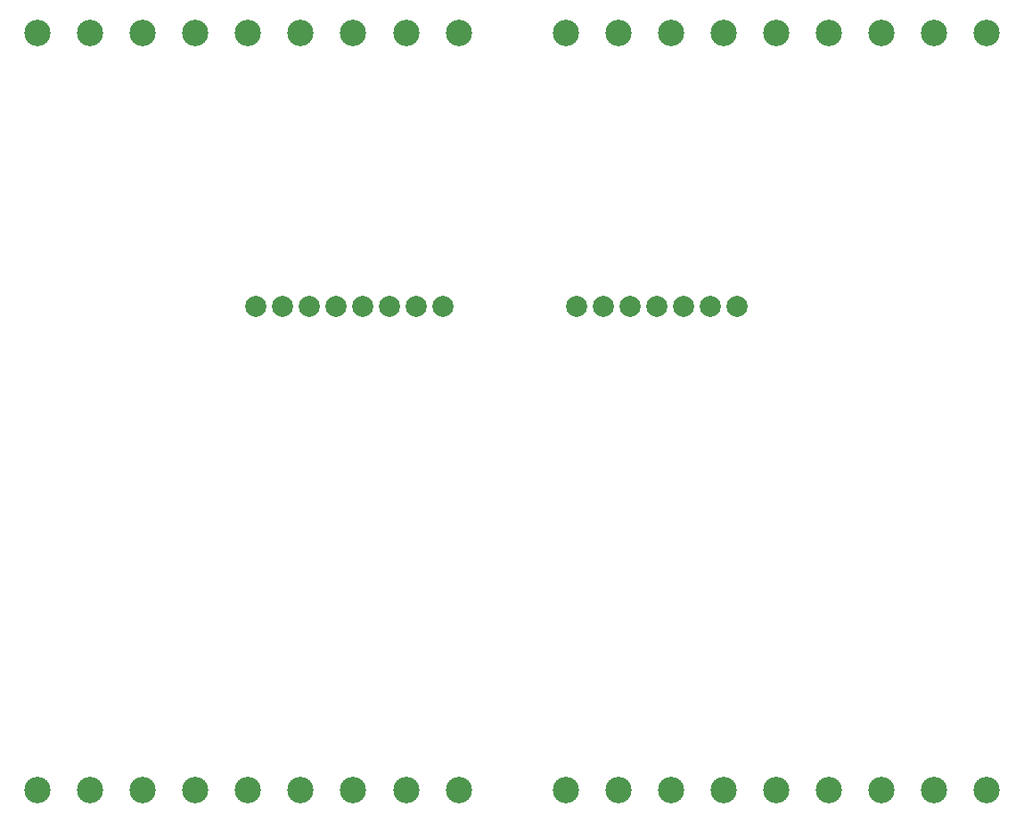
<source format=gbr>
%FSLAX34Y34*%
%MOMM*%
%LNCOPPER_BOTTOM*%
G71*
G01*
%ADD10C, 2.500*%
%ADD11C, 2.000*%
%LPD*%
X463900Y214100D02*
G54D10*
D03*
X413900Y214100D02*
G54D10*
D03*
X363900Y214100D02*
G54D10*
D03*
X313900Y214100D02*
G54D10*
D03*
X263900Y214100D02*
G54D10*
D03*
X213900Y214100D02*
G54D10*
D03*
X163900Y214100D02*
G54D10*
D03*
X113900Y214100D02*
G54D10*
D03*
X63900Y214100D02*
G54D10*
D03*
X449200Y674100D02*
G54D11*
D03*
X423800Y674100D02*
G54D11*
D03*
X398400Y674100D02*
G54D11*
D03*
X373000Y674100D02*
G54D11*
D03*
X347600Y674100D02*
G54D11*
D03*
X322200Y674100D02*
G54D11*
D03*
X296800Y674100D02*
G54D11*
D03*
X271400Y674100D02*
G54D11*
D03*
X271400Y674100D02*
G54D11*
D03*
X347600Y674100D02*
G54D11*
D03*
X398400Y674100D02*
G54D11*
D03*
X423800Y674100D02*
G54D11*
D03*
X449200Y674100D02*
G54D11*
D03*
X601600Y674100D02*
G54D11*
D03*
X652400Y674100D02*
G54D11*
D03*
X728600Y674100D02*
G54D11*
D03*
X703200Y674100D02*
G54D11*
D03*
X677800Y674100D02*
G54D11*
D03*
X652400Y674100D02*
G54D11*
D03*
X627000Y674100D02*
G54D11*
D03*
X601600Y674100D02*
G54D11*
D03*
X576200Y674100D02*
G54D11*
D03*
X296800Y674100D02*
G54D11*
D03*
X463900Y934100D02*
G54D10*
D03*
X413900Y934100D02*
G54D10*
D03*
X363900Y934100D02*
G54D10*
D03*
X313900Y934100D02*
G54D10*
D03*
X263900Y934100D02*
G54D10*
D03*
X213900Y934100D02*
G54D10*
D03*
X163900Y934100D02*
G54D10*
D03*
X113900Y934100D02*
G54D10*
D03*
X63900Y934100D02*
G54D10*
D03*
X965500Y214100D02*
G54D10*
D03*
X915500Y214100D02*
G54D10*
D03*
X865500Y214100D02*
G54D10*
D03*
X815500Y214100D02*
G54D10*
D03*
X765500Y214100D02*
G54D10*
D03*
X715500Y214100D02*
G54D10*
D03*
X665500Y214100D02*
G54D10*
D03*
X615500Y214100D02*
G54D10*
D03*
X565500Y214100D02*
G54D10*
D03*
X965500Y934100D02*
G54D10*
D03*
X915500Y934100D02*
G54D10*
D03*
X865500Y934100D02*
G54D10*
D03*
X815500Y934100D02*
G54D10*
D03*
X765500Y934100D02*
G54D10*
D03*
X715500Y934100D02*
G54D10*
D03*
X665500Y934100D02*
G54D10*
D03*
X615500Y934100D02*
G54D10*
D03*
X565500Y934100D02*
G54D10*
D03*
M02*

</source>
